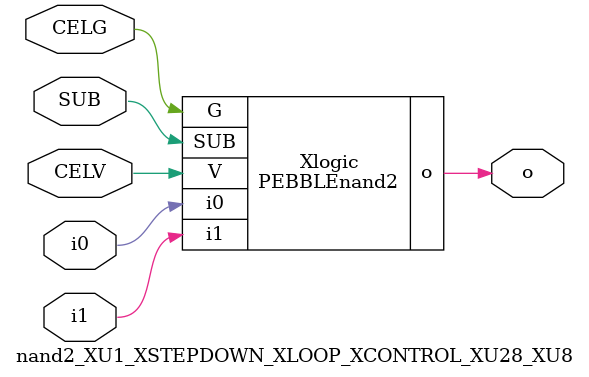
<source format=v>



module PEBBLEnand2 ( o, G, SUB, V, i0, i1 );

  input i0;
  input V;
  input i1;
  input G;
  output o;
  input SUB;
endmodule

//Celera Confidential Do Not Copy nand2_XU1_XSTEPDOWN_XLOOP_XCONTROL_XU28_XU8
//Celera Confidential Symbol Generator
//5V NAND2
module nand2_XU1_XSTEPDOWN_XLOOP_XCONTROL_XU28_XU8 (CELV,CELG,i0,i1,o,SUB);
input CELV;
input CELG;
input i0;
input i1;
input SUB;
output o;

//Celera Confidential Do Not Copy nand2
PEBBLEnand2 Xlogic(
.V (CELV),
.i0 (i0),
.i1 (i1),
.o (o),
.SUB (SUB),
.G (CELG)
);
//,diesize,PEBBLEnand2

//Celera Confidential Do Not Copy Module End
//Celera Schematic Generator
endmodule

</source>
